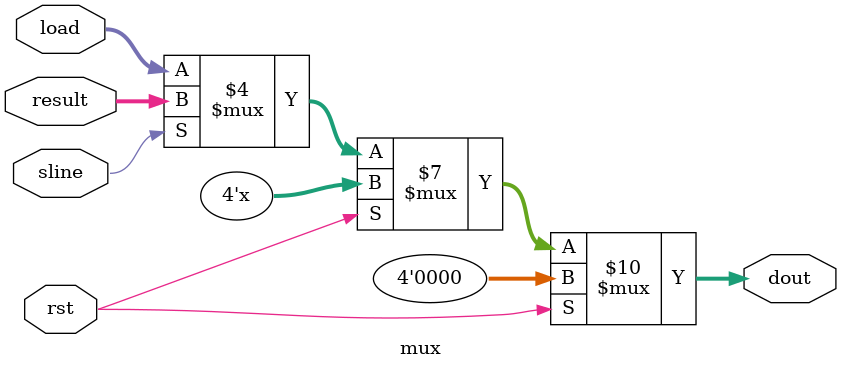
<source format=v>
`timescale 1ns / 1ps


module mux(
output reg [3:0] dout,
input [3:0] load,result,
input rst, sline
    );
    
    always @(*)
    begin
    if(rst)
     dout = 4'd0;
   
      else if(sline == 0)
         dout = load;
       else
         dout = result;
     
     end
    

    
    
    
endmodule

</source>
